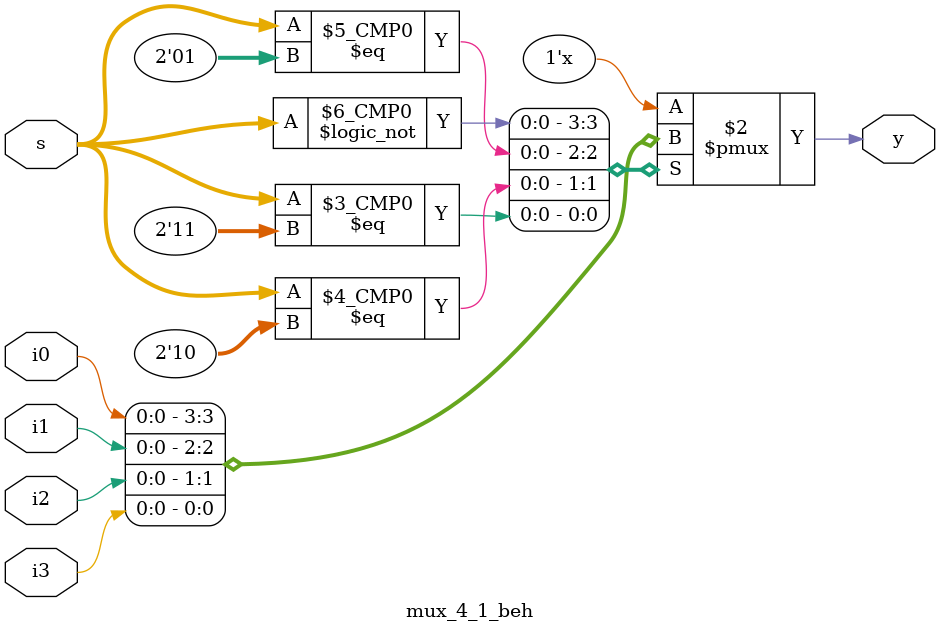
<source format=v>
module mux_4_1_beh(i0,i1,i2,i3,s,y);
input i0,i1,i2,i3;
input [1:0]s;
output y;
reg y;
always @(i0 or i1 or i2 or i3 or s)
begin
     case(s)
	2'b00: begin y=i0;end
	2'b01: begin y=i1;end
	2'b10: begin y=i2;end
	2'b11: begin y=i3;end
     endcase
end
endmodule

</source>
